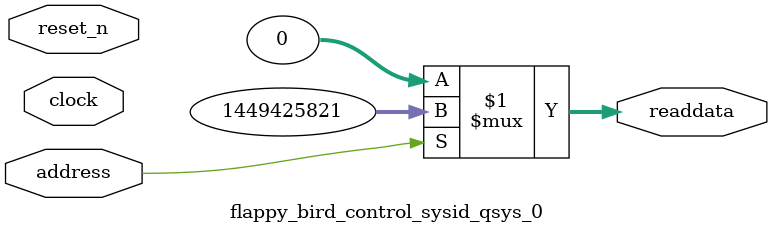
<source format=v>

`timescale 1ns / 1ps
// synthesis translate_on

// turn off superfluous verilog processor warnings 
// altera message_level Level1 
// altera message_off 10034 10035 10036 10037 10230 10240 10030 

module flappy_bird_control_sysid_qsys_0 (
               // inputs:
                address,
                clock,
                reset_n,

               // outputs:
                readdata
             )
;

  output  [ 31: 0] readdata;
  input            address;
  input            clock;
  input            reset_n;

  wire    [ 31: 0] readdata;
  //control_slave, which is an e_avalon_slave
  assign readdata = address ? 1449425821 : 0;

endmodule




</source>
